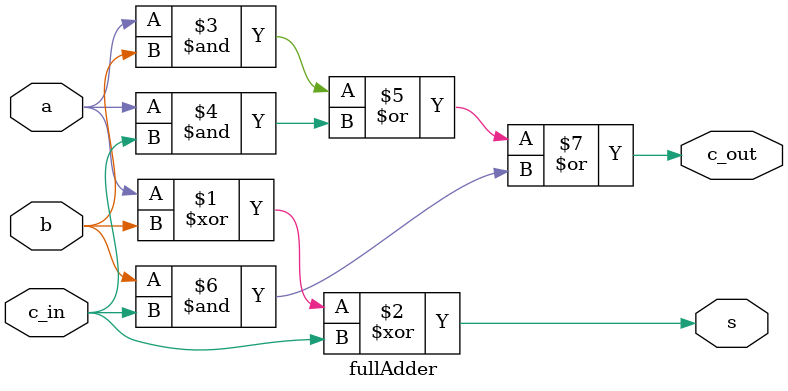
<source format=v>
module fullAdder(
    input a, b, c_in,
    output s, c_out
);

    assign s = a ^ b ^ c_in;
    assign c_out = (a & b) | (a & c_in) | (b & c_in);

endmodule : fullAdder

</source>
